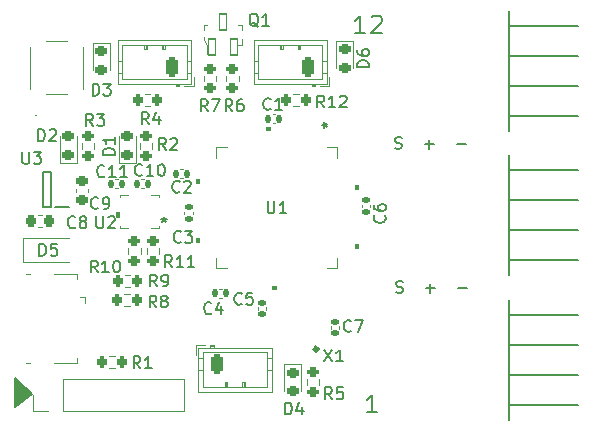
<source format=gto>
G04 #@! TF.GenerationSoftware,KiCad,Pcbnew,(6.0.0)*
G04 #@! TF.CreationDate,2022-05-01T20:50:51-06:00*
G04 #@! TF.ProjectId,RX12G,52583132-472e-46b6-9963-61645f706362,rev?*
G04 #@! TF.SameCoordinates,Original*
G04 #@! TF.FileFunction,Legend,Top*
G04 #@! TF.FilePolarity,Positive*
%FSLAX46Y46*%
G04 Gerber Fmt 4.6, Leading zero omitted, Abs format (unit mm)*
G04 Created by KiCad (PCBNEW (6.0.0)) date 2022-05-01 20:50:51*
%MOMM*%
%LPD*%
G01*
G04 APERTURE LIST*
G04 Aperture macros list*
%AMRoundRect*
0 Rectangle with rounded corners*
0 $1 Rounding radius*
0 $2 $3 $4 $5 $6 $7 $8 $9 X,Y pos of 4 corners*
0 Add a 4 corners polygon primitive as box body*
4,1,4,$2,$3,$4,$5,$6,$7,$8,$9,$2,$3,0*
0 Add four circle primitives for the rounded corners*
1,1,$1+$1,$2,$3*
1,1,$1+$1,$4,$5*
1,1,$1+$1,$6,$7*
1,1,$1+$1,$8,$9*
0 Add four rect primitives between the rounded corners*
20,1,$1+$1,$2,$3,$4,$5,0*
20,1,$1+$1,$4,$5,$6,$7,0*
20,1,$1+$1,$6,$7,$8,$9,0*
20,1,$1+$1,$8,$9,$2,$3,0*%
G04 Aperture macros list end*
%ADD10C,0.160000*%
%ADD11C,0.200000*%
%ADD12C,0.150000*%
%ADD13C,0.120000*%
%ADD14C,0.100000*%
%ADD15C,0.325754*%
%ADD16R,1.200000X0.600000*%
%ADD17RoundRect,0.250000X-0.265000X-0.615000X0.265000X-0.615000X0.265000X0.615000X-0.265000X0.615000X0*%
%ADD18O,1.030000X1.730000*%
%ADD19RoundRect,0.218750X0.256250X-0.218750X0.256250X0.218750X-0.256250X0.218750X-0.256250X-0.218750X0*%
%ADD20R,0.576580X0.351536*%
%ADD21R,0.351536X0.576580*%
%ADD22RoundRect,0.200000X0.275000X-0.200000X0.275000X0.200000X-0.275000X0.200000X-0.275000X-0.200000X0*%
%ADD23RoundRect,0.200000X0.200000X0.275000X-0.200000X0.275000X-0.200000X-0.275000X0.200000X-0.275000X0*%
%ADD24RoundRect,0.200000X-0.275000X0.200000X-0.275000X-0.200000X0.275000X-0.200000X0.275000X0.200000X0*%
%ADD25R,1.650000X1.650000*%
%ADD26C,1.650000*%
%ADD27RoundRect,0.070000X0.300000X-0.650000X0.300000X0.650000X-0.300000X0.650000X-0.300000X-0.650000X0*%
%ADD28RoundRect,0.218750X-0.256250X0.218750X-0.256250X-0.218750X0.256250X-0.218750X0.256250X0.218750X0*%
%ADD29RoundRect,0.200000X-0.200000X-0.275000X0.200000X-0.275000X0.200000X0.275000X-0.200000X0.275000X0*%
%ADD30RoundRect,0.140000X0.170000X-0.140000X0.170000X0.140000X-0.170000X0.140000X-0.170000X-0.140000X0*%
%ADD31R,1.200000X1.400000*%
%ADD32RoundRect,0.250000X0.265000X0.615000X-0.265000X0.615000X-0.265000X-0.615000X0.265000X-0.615000X0*%
%ADD33R,0.279400X1.346200*%
%ADD34R,1.346200X0.279400*%
%ADD35R,0.900000X1.200000*%
%ADD36RoundRect,0.225000X-0.250000X0.225000X-0.250000X-0.225000X0.250000X-0.225000X0.250000X0.225000X0*%
%ADD37R,1.350000X0.400000*%
%ADD38O,0.950000X1.250000*%
%ADD39R,1.550000X1.500000*%
%ADD40O,1.550000X0.890000*%
%ADD41R,1.550000X1.200000*%
%ADD42RoundRect,0.225000X-0.225000X-0.250000X0.225000X-0.250000X0.225000X0.250000X-0.225000X0.250000X0*%
%ADD43RoundRect,0.140000X0.140000X0.170000X-0.140000X0.170000X-0.140000X-0.170000X0.140000X-0.170000X0*%
%ADD44R,1.000000X1.550000*%
%ADD45RoundRect,0.140000X-0.170000X0.140000X-0.170000X-0.140000X0.170000X-0.140000X0.170000X0.140000X0*%
%ADD46R,1.700000X1.700000*%
%ADD47O,1.700000X1.700000*%
%ADD48RoundRect,0.140000X-0.140000X-0.170000X0.140000X-0.170000X0.140000X0.170000X-0.140000X0.170000X0*%
G04 APERTURE END LIST*
D10*
X120790202Y-124600000D02*
X119395202Y-125700000D01*
X119395202Y-125700000D02*
X119395202Y-123300000D01*
X119395202Y-123300000D02*
X120790202Y-124600000D01*
G36*
X120790202Y-124600000D02*
G01*
X119395202Y-125700000D01*
X119395202Y-123300000D01*
X120790202Y-124600000D01*
G37*
X120790202Y-124600000D02*
X119395202Y-125700000D01*
X119395202Y-123300000D01*
X120790202Y-124600000D01*
X151652380Y-116004761D02*
X151795238Y-116052380D01*
X152033333Y-116052380D01*
X152128571Y-116004761D01*
X152176190Y-115957142D01*
X152223809Y-115861904D01*
X152223809Y-115766666D01*
X152176190Y-115671428D01*
X152128571Y-115623809D01*
X152033333Y-115576190D01*
X151842857Y-115528571D01*
X151747619Y-115480952D01*
X151700000Y-115433333D01*
X151652380Y-115338095D01*
X151652380Y-115242857D01*
X151700000Y-115147619D01*
X151747619Y-115100000D01*
X151842857Y-115052380D01*
X152080952Y-115052380D01*
X152223809Y-115100000D01*
X154176190Y-115671428D02*
X154938095Y-115671428D01*
X154557142Y-116052380D02*
X154557142Y-115290476D01*
X156938095Y-115671428D02*
X157700000Y-115671428D01*
D11*
X150028571Y-126178571D02*
X149171428Y-126178571D01*
X149600000Y-126178571D02*
X149600000Y-124678571D01*
X149457142Y-124892857D01*
X149314285Y-125035714D01*
X149171428Y-125107142D01*
D10*
X151552380Y-103804761D02*
X151695238Y-103852380D01*
X151933333Y-103852380D01*
X152028571Y-103804761D01*
X152076190Y-103757142D01*
X152123809Y-103661904D01*
X152123809Y-103566666D01*
X152076190Y-103471428D01*
X152028571Y-103423809D01*
X151933333Y-103376190D01*
X151742857Y-103328571D01*
X151647619Y-103280952D01*
X151600000Y-103233333D01*
X151552380Y-103138095D01*
X151552380Y-103042857D01*
X151600000Y-102947619D01*
X151647619Y-102900000D01*
X151742857Y-102852380D01*
X151980952Y-102852380D01*
X152123809Y-102900000D01*
X154076190Y-103471428D02*
X154838095Y-103471428D01*
X154457142Y-103852380D02*
X154457142Y-103090476D01*
X156838095Y-103471428D02*
X157600000Y-103471428D01*
D11*
X149014285Y-94078571D02*
X148157142Y-94078571D01*
X148585714Y-94078571D02*
X148585714Y-92578571D01*
X148442857Y-92792857D01*
X148300000Y-92935714D01*
X148157142Y-93007142D01*
X149585714Y-92721428D02*
X149657142Y-92650000D01*
X149800000Y-92578571D01*
X150157142Y-92578571D01*
X150300000Y-92650000D01*
X150371428Y-92721428D01*
X150442857Y-92864285D01*
X150442857Y-93007142D01*
X150371428Y-93221428D01*
X149514285Y-94078571D01*
X150442857Y-94078571D01*
D10*
X120013095Y-104127380D02*
X120013095Y-104936904D01*
X120060714Y-105032142D01*
X120108333Y-105079761D01*
X120203571Y-105127380D01*
X120394047Y-105127380D01*
X120489285Y-105079761D01*
X120536904Y-105032142D01*
X120584523Y-104936904D01*
X120584523Y-104127380D01*
X120965476Y-104127380D02*
X121584523Y-104127380D01*
X121251190Y-104508333D01*
X121394047Y-104508333D01*
X121489285Y-104555952D01*
X121536904Y-104603571D01*
X121584523Y-104698809D01*
X121584523Y-104936904D01*
X121536904Y-105032142D01*
X121489285Y-105079761D01*
X121394047Y-105127380D01*
X121108333Y-105127380D01*
X121013095Y-105079761D01*
X120965476Y-105032142D01*
D12*
X121361904Y-103202380D02*
X121361904Y-102202380D01*
X121600000Y-102202380D01*
X121742857Y-102250000D01*
X121838095Y-102345238D01*
X121885714Y-102440476D01*
X121933333Y-102630952D01*
X121933333Y-102773809D01*
X121885714Y-102964285D01*
X121838095Y-103059523D01*
X121742857Y-103154761D01*
X121600000Y-103202380D01*
X121361904Y-103202380D01*
X122314285Y-102297619D02*
X122361904Y-102250000D01*
X122457142Y-102202380D01*
X122695238Y-102202380D01*
X122790476Y-102250000D01*
X122838095Y-102297619D01*
X122885714Y-102392857D01*
X122885714Y-102488095D01*
X122838095Y-102630952D01*
X122266666Y-103202380D01*
X122885714Y-103202380D01*
X126288095Y-109577380D02*
X126288095Y-110386904D01*
X126335714Y-110482142D01*
X126383333Y-110529761D01*
X126478571Y-110577380D01*
X126669047Y-110577380D01*
X126764285Y-110529761D01*
X126811904Y-110482142D01*
X126859523Y-110386904D01*
X126859523Y-109577380D01*
X127288095Y-109672619D02*
X127335714Y-109625000D01*
X127430952Y-109577380D01*
X127669047Y-109577380D01*
X127764285Y-109625000D01*
X127811904Y-109672619D01*
X127859523Y-109767857D01*
X127859523Y-109863095D01*
X127811904Y-110005952D01*
X127240476Y-110577380D01*
X127859523Y-110577380D01*
X132017800Y-109617380D02*
X132017800Y-109855476D01*
X131779704Y-109760238D02*
X132017800Y-109855476D01*
X132255895Y-109760238D01*
X131874942Y-110045952D02*
X132017800Y-109855476D01*
X132160657Y-110045952D01*
X132682142Y-113877380D02*
X132348809Y-113401190D01*
X132110714Y-113877380D02*
X132110714Y-112877380D01*
X132491666Y-112877380D01*
X132586904Y-112925000D01*
X132634523Y-112972619D01*
X132682142Y-113067857D01*
X132682142Y-113210714D01*
X132634523Y-113305952D01*
X132586904Y-113353571D01*
X132491666Y-113401190D01*
X132110714Y-113401190D01*
X133634523Y-113877380D02*
X133063095Y-113877380D01*
X133348809Y-113877380D02*
X133348809Y-112877380D01*
X133253571Y-113020238D01*
X133158333Y-113115476D01*
X133063095Y-113163095D01*
X134586904Y-113877380D02*
X134015476Y-113877380D01*
X134301190Y-113877380D02*
X134301190Y-112877380D01*
X134205952Y-113020238D01*
X134110714Y-113115476D01*
X134015476Y-113163095D01*
X137783333Y-100677380D02*
X137450000Y-100201190D01*
X137211904Y-100677380D02*
X137211904Y-99677380D01*
X137592857Y-99677380D01*
X137688095Y-99725000D01*
X137735714Y-99772619D01*
X137783333Y-99867857D01*
X137783333Y-100010714D01*
X137735714Y-100105952D01*
X137688095Y-100153571D01*
X137592857Y-100201190D01*
X137211904Y-100201190D01*
X138640476Y-99677380D02*
X138450000Y-99677380D01*
X138354761Y-99725000D01*
X138307142Y-99772619D01*
X138211904Y-99915476D01*
X138164285Y-100105952D01*
X138164285Y-100486904D01*
X138211904Y-100582142D01*
X138259523Y-100629761D01*
X138354761Y-100677380D01*
X138545238Y-100677380D01*
X138640476Y-100629761D01*
X138688095Y-100582142D01*
X138735714Y-100486904D01*
X138735714Y-100248809D01*
X138688095Y-100153571D01*
X138640476Y-100105952D01*
X138545238Y-100058333D01*
X138354761Y-100058333D01*
X138259523Y-100105952D01*
X138211904Y-100153571D01*
X138164285Y-100248809D01*
X127827380Y-104363095D02*
X126827380Y-104363095D01*
X126827380Y-104125000D01*
X126875000Y-103982142D01*
X126970238Y-103886904D01*
X127065476Y-103839285D01*
X127255952Y-103791666D01*
X127398809Y-103791666D01*
X127589285Y-103839285D01*
X127684523Y-103886904D01*
X127779761Y-103982142D01*
X127827380Y-104125000D01*
X127827380Y-104363095D01*
X127827380Y-102839285D02*
X127827380Y-103410714D01*
X127827380Y-103125000D02*
X126827380Y-103125000D01*
X126970238Y-103220238D01*
X127065476Y-103315476D01*
X127113095Y-103410714D01*
X130708333Y-101777380D02*
X130375000Y-101301190D01*
X130136904Y-101777380D02*
X130136904Y-100777380D01*
X130517857Y-100777380D01*
X130613095Y-100825000D01*
X130660714Y-100872619D01*
X130708333Y-100967857D01*
X130708333Y-101110714D01*
X130660714Y-101205952D01*
X130613095Y-101253571D01*
X130517857Y-101301190D01*
X130136904Y-101301190D01*
X131565476Y-101110714D02*
X131565476Y-101777380D01*
X131327380Y-100729761D02*
X131089285Y-101444047D01*
X131708333Y-101444047D01*
X146233333Y-125052380D02*
X145900000Y-124576190D01*
X145661904Y-125052380D02*
X145661904Y-124052380D01*
X146042857Y-124052380D01*
X146138095Y-124100000D01*
X146185714Y-124147619D01*
X146233333Y-124242857D01*
X146233333Y-124385714D01*
X146185714Y-124480952D01*
X146138095Y-124528571D01*
X146042857Y-124576190D01*
X145661904Y-124576190D01*
X147138095Y-124052380D02*
X146661904Y-124052380D01*
X146614285Y-124528571D01*
X146661904Y-124480952D01*
X146757142Y-124433333D01*
X146995238Y-124433333D01*
X147090476Y-124480952D01*
X147138095Y-124528571D01*
X147185714Y-124623809D01*
X147185714Y-124861904D01*
X147138095Y-124957142D01*
X147090476Y-125004761D01*
X146995238Y-125052380D01*
X146757142Y-125052380D01*
X146661904Y-125004761D01*
X146614285Y-124957142D01*
X139979761Y-93522619D02*
X139884523Y-93475000D01*
X139789285Y-93379761D01*
X139646428Y-93236904D01*
X139551190Y-93189285D01*
X139455952Y-93189285D01*
X139503571Y-93427380D02*
X139408333Y-93379761D01*
X139313095Y-93284523D01*
X139265476Y-93094047D01*
X139265476Y-92760714D01*
X139313095Y-92570238D01*
X139408333Y-92475000D01*
X139503571Y-92427380D01*
X139694047Y-92427380D01*
X139789285Y-92475000D01*
X139884523Y-92570238D01*
X139932142Y-92760714D01*
X139932142Y-93094047D01*
X139884523Y-93284523D01*
X139789285Y-93379761D01*
X139694047Y-93427380D01*
X139503571Y-93427380D01*
X140884523Y-93427380D02*
X140313095Y-93427380D01*
X140598809Y-93427380D02*
X140598809Y-92427380D01*
X140503571Y-92570238D01*
X140408333Y-92665476D01*
X140313095Y-92713095D01*
X125961904Y-99352380D02*
X125961904Y-98352380D01*
X126200000Y-98352380D01*
X126342857Y-98400000D01*
X126438095Y-98495238D01*
X126485714Y-98590476D01*
X126533333Y-98780952D01*
X126533333Y-98923809D01*
X126485714Y-99114285D01*
X126438095Y-99209523D01*
X126342857Y-99304761D01*
X126200000Y-99352380D01*
X125961904Y-99352380D01*
X126866666Y-98352380D02*
X127485714Y-98352380D01*
X127152380Y-98733333D01*
X127295238Y-98733333D01*
X127390476Y-98780952D01*
X127438095Y-98828571D01*
X127485714Y-98923809D01*
X127485714Y-99161904D01*
X127438095Y-99257142D01*
X127390476Y-99304761D01*
X127295238Y-99352380D01*
X127009523Y-99352380D01*
X126914285Y-99304761D01*
X126866666Y-99257142D01*
X131408333Y-115502380D02*
X131075000Y-115026190D01*
X130836904Y-115502380D02*
X130836904Y-114502380D01*
X131217857Y-114502380D01*
X131313095Y-114550000D01*
X131360714Y-114597619D01*
X131408333Y-114692857D01*
X131408333Y-114835714D01*
X131360714Y-114930952D01*
X131313095Y-114978571D01*
X131217857Y-115026190D01*
X130836904Y-115026190D01*
X131884523Y-115502380D02*
X132075000Y-115502380D01*
X132170238Y-115454761D01*
X132217857Y-115407142D01*
X132313095Y-115264285D01*
X132360714Y-115073809D01*
X132360714Y-114692857D01*
X132313095Y-114597619D01*
X132265476Y-114550000D01*
X132170238Y-114502380D01*
X131979761Y-114502380D01*
X131884523Y-114550000D01*
X131836904Y-114597619D01*
X131789285Y-114692857D01*
X131789285Y-114930952D01*
X131836904Y-115026190D01*
X131884523Y-115073809D01*
X131979761Y-115121428D01*
X132170238Y-115121428D01*
X132265476Y-115073809D01*
X132313095Y-115026190D01*
X132360714Y-114930952D01*
X135708333Y-100677380D02*
X135375000Y-100201190D01*
X135136904Y-100677380D02*
X135136904Y-99677380D01*
X135517857Y-99677380D01*
X135613095Y-99725000D01*
X135660714Y-99772619D01*
X135708333Y-99867857D01*
X135708333Y-100010714D01*
X135660714Y-100105952D01*
X135613095Y-100153571D01*
X135517857Y-100201190D01*
X135136904Y-100201190D01*
X136041666Y-99677380D02*
X136708333Y-99677380D01*
X136279761Y-100677380D01*
X145557142Y-100352380D02*
X145223809Y-99876190D01*
X144985714Y-100352380D02*
X144985714Y-99352380D01*
X145366666Y-99352380D01*
X145461904Y-99400000D01*
X145509523Y-99447619D01*
X145557142Y-99542857D01*
X145557142Y-99685714D01*
X145509523Y-99780952D01*
X145461904Y-99828571D01*
X145366666Y-99876190D01*
X144985714Y-99876190D01*
X146509523Y-100352380D02*
X145938095Y-100352380D01*
X146223809Y-100352380D02*
X146223809Y-99352380D01*
X146128571Y-99495238D01*
X146033333Y-99590476D01*
X145938095Y-99638095D01*
X146890476Y-99447619D02*
X146938095Y-99400000D01*
X147033333Y-99352380D01*
X147271428Y-99352380D01*
X147366666Y-99400000D01*
X147414285Y-99447619D01*
X147461904Y-99542857D01*
X147461904Y-99638095D01*
X147414285Y-99780952D01*
X146842857Y-100352380D01*
X147461904Y-100352380D01*
X133433333Y-111707142D02*
X133385714Y-111754761D01*
X133242857Y-111802380D01*
X133147619Y-111802380D01*
X133004761Y-111754761D01*
X132909523Y-111659523D01*
X132861904Y-111564285D01*
X132814285Y-111373809D01*
X132814285Y-111230952D01*
X132861904Y-111040476D01*
X132909523Y-110945238D01*
X133004761Y-110850000D01*
X133147619Y-110802380D01*
X133242857Y-110802380D01*
X133385714Y-110850000D01*
X133433333Y-110897619D01*
X133766666Y-110802380D02*
X134385714Y-110802380D01*
X134052380Y-111183333D01*
X134195238Y-111183333D01*
X134290476Y-111230952D01*
X134338095Y-111278571D01*
X134385714Y-111373809D01*
X134385714Y-111611904D01*
X134338095Y-111707142D01*
X134290476Y-111754761D01*
X134195238Y-111802380D01*
X133909523Y-111802380D01*
X133814285Y-111754761D01*
X133766666Y-111707142D01*
X131358333Y-117277380D02*
X131025000Y-116801190D01*
X130786904Y-117277380D02*
X130786904Y-116277380D01*
X131167857Y-116277380D01*
X131263095Y-116325000D01*
X131310714Y-116372619D01*
X131358333Y-116467857D01*
X131358333Y-116610714D01*
X131310714Y-116705952D01*
X131263095Y-116753571D01*
X131167857Y-116801190D01*
X130786904Y-116801190D01*
X131929761Y-116705952D02*
X131834523Y-116658333D01*
X131786904Y-116610714D01*
X131739285Y-116515476D01*
X131739285Y-116467857D01*
X131786904Y-116372619D01*
X131834523Y-116325000D01*
X131929761Y-116277380D01*
X132120238Y-116277380D01*
X132215476Y-116325000D01*
X132263095Y-116372619D01*
X132310714Y-116467857D01*
X132310714Y-116515476D01*
X132263095Y-116610714D01*
X132215476Y-116658333D01*
X132120238Y-116705952D01*
X131929761Y-116705952D01*
X131834523Y-116753571D01*
X131786904Y-116801190D01*
X131739285Y-116896428D01*
X131739285Y-117086904D01*
X131786904Y-117182142D01*
X131834523Y-117229761D01*
X131929761Y-117277380D01*
X132120238Y-117277380D01*
X132215476Y-117229761D01*
X132263095Y-117182142D01*
X132310714Y-117086904D01*
X132310714Y-116896428D01*
X132263095Y-116801190D01*
X132215476Y-116753571D01*
X132120238Y-116705952D01*
X145590476Y-120852380D02*
X146257142Y-121852380D01*
X146257142Y-120852380D02*
X145590476Y-121852380D01*
X147161904Y-121852380D02*
X146590476Y-121852380D01*
X146876190Y-121852380D02*
X146876190Y-120852380D01*
X146780952Y-120995238D01*
X146685714Y-121090476D01*
X146590476Y-121138095D01*
X140785595Y-108299880D02*
X140785595Y-109109404D01*
X140833214Y-109204642D01*
X140880833Y-109252261D01*
X140976071Y-109299880D01*
X141166547Y-109299880D01*
X141261785Y-109252261D01*
X141309404Y-109204642D01*
X141357023Y-109109404D01*
X141357023Y-108299880D01*
X142357023Y-109299880D02*
X141785595Y-109299880D01*
X142071309Y-109299880D02*
X142071309Y-108299880D01*
X141976071Y-108442738D01*
X141880833Y-108537976D01*
X141785595Y-108585595D01*
X145380880Y-101862500D02*
X145618976Y-101862500D01*
X145523738Y-102100595D02*
X145618976Y-101862500D01*
X145523738Y-101624404D01*
X145809452Y-102005357D02*
X145618976Y-101862500D01*
X145809452Y-101719642D01*
X121461904Y-112902380D02*
X121461904Y-111902380D01*
X121700000Y-111902380D01*
X121842857Y-111950000D01*
X121938095Y-112045238D01*
X121985714Y-112140476D01*
X122033333Y-112330952D01*
X122033333Y-112473809D01*
X121985714Y-112664285D01*
X121938095Y-112759523D01*
X121842857Y-112854761D01*
X121700000Y-112902380D01*
X121461904Y-112902380D01*
X122938095Y-111902380D02*
X122461904Y-111902380D01*
X122414285Y-112378571D01*
X122461904Y-112330952D01*
X122557142Y-112283333D01*
X122795238Y-112283333D01*
X122890476Y-112330952D01*
X122938095Y-112378571D01*
X122985714Y-112473809D01*
X122985714Y-112711904D01*
X122938095Y-112807142D01*
X122890476Y-112854761D01*
X122795238Y-112902380D01*
X122557142Y-112902380D01*
X122461904Y-112854761D01*
X122414285Y-112807142D01*
X147833333Y-119257142D02*
X147785714Y-119304761D01*
X147642857Y-119352380D01*
X147547619Y-119352380D01*
X147404761Y-119304761D01*
X147309523Y-119209523D01*
X147261904Y-119114285D01*
X147214285Y-118923809D01*
X147214285Y-118780952D01*
X147261904Y-118590476D01*
X147309523Y-118495238D01*
X147404761Y-118400000D01*
X147547619Y-118352380D01*
X147642857Y-118352380D01*
X147785714Y-118400000D01*
X147833333Y-118447619D01*
X148166666Y-118352380D02*
X148833333Y-118352380D01*
X148404761Y-119352380D01*
X126433333Y-108857142D02*
X126385714Y-108904761D01*
X126242857Y-108952380D01*
X126147619Y-108952380D01*
X126004761Y-108904761D01*
X125909523Y-108809523D01*
X125861904Y-108714285D01*
X125814285Y-108523809D01*
X125814285Y-108380952D01*
X125861904Y-108190476D01*
X125909523Y-108095238D01*
X126004761Y-108000000D01*
X126147619Y-107952380D01*
X126242857Y-107952380D01*
X126385714Y-108000000D01*
X126433333Y-108047619D01*
X126909523Y-108952380D02*
X127100000Y-108952380D01*
X127195238Y-108904761D01*
X127242857Y-108857142D01*
X127338095Y-108714285D01*
X127385714Y-108523809D01*
X127385714Y-108142857D01*
X127338095Y-108047619D01*
X127290476Y-108000000D01*
X127195238Y-107952380D01*
X127004761Y-107952380D01*
X126909523Y-108000000D01*
X126861904Y-108047619D01*
X126814285Y-108142857D01*
X126814285Y-108380952D01*
X126861904Y-108476190D01*
X126909523Y-108523809D01*
X127004761Y-108571428D01*
X127195238Y-108571428D01*
X127290476Y-108523809D01*
X127338095Y-108476190D01*
X127385714Y-108380952D01*
X124483333Y-110482142D02*
X124435714Y-110529761D01*
X124292857Y-110577380D01*
X124197619Y-110577380D01*
X124054761Y-110529761D01*
X123959523Y-110434523D01*
X123911904Y-110339285D01*
X123864285Y-110148809D01*
X123864285Y-110005952D01*
X123911904Y-109815476D01*
X123959523Y-109720238D01*
X124054761Y-109625000D01*
X124197619Y-109577380D01*
X124292857Y-109577380D01*
X124435714Y-109625000D01*
X124483333Y-109672619D01*
X125054761Y-110005952D02*
X124959523Y-109958333D01*
X124911904Y-109910714D01*
X124864285Y-109815476D01*
X124864285Y-109767857D01*
X124911904Y-109672619D01*
X124959523Y-109625000D01*
X125054761Y-109577380D01*
X125245238Y-109577380D01*
X125340476Y-109625000D01*
X125388095Y-109672619D01*
X125435714Y-109767857D01*
X125435714Y-109815476D01*
X125388095Y-109910714D01*
X125340476Y-109958333D01*
X125245238Y-110005952D01*
X125054761Y-110005952D01*
X124959523Y-110053571D01*
X124911904Y-110101190D01*
X124864285Y-110196428D01*
X124864285Y-110386904D01*
X124911904Y-110482142D01*
X124959523Y-110529761D01*
X125054761Y-110577380D01*
X125245238Y-110577380D01*
X125340476Y-110529761D01*
X125388095Y-110482142D01*
X125435714Y-110386904D01*
X125435714Y-110196428D01*
X125388095Y-110101190D01*
X125340476Y-110053571D01*
X125245238Y-110005952D01*
X130157142Y-106057142D02*
X130109523Y-106104761D01*
X129966666Y-106152380D01*
X129871428Y-106152380D01*
X129728571Y-106104761D01*
X129633333Y-106009523D01*
X129585714Y-105914285D01*
X129538095Y-105723809D01*
X129538095Y-105580952D01*
X129585714Y-105390476D01*
X129633333Y-105295238D01*
X129728571Y-105200000D01*
X129871428Y-105152380D01*
X129966666Y-105152380D01*
X130109523Y-105200000D01*
X130157142Y-105247619D01*
X131109523Y-106152380D02*
X130538095Y-106152380D01*
X130823809Y-106152380D02*
X130823809Y-105152380D01*
X130728571Y-105295238D01*
X130633333Y-105390476D01*
X130538095Y-105438095D01*
X131728571Y-105152380D02*
X131823809Y-105152380D01*
X131919047Y-105200000D01*
X131966666Y-105247619D01*
X132014285Y-105342857D01*
X132061904Y-105533333D01*
X132061904Y-105771428D01*
X132014285Y-105961904D01*
X131966666Y-106057142D01*
X131919047Y-106104761D01*
X131823809Y-106152380D01*
X131728571Y-106152380D01*
X131633333Y-106104761D01*
X131585714Y-106057142D01*
X131538095Y-105961904D01*
X131490476Y-105771428D01*
X131490476Y-105533333D01*
X131538095Y-105342857D01*
X131585714Y-105247619D01*
X131633333Y-105200000D01*
X131728571Y-105152380D01*
X126382142Y-114327380D02*
X126048809Y-113851190D01*
X125810714Y-114327380D02*
X125810714Y-113327380D01*
X126191666Y-113327380D01*
X126286904Y-113375000D01*
X126334523Y-113422619D01*
X126382142Y-113517857D01*
X126382142Y-113660714D01*
X126334523Y-113755952D01*
X126286904Y-113803571D01*
X126191666Y-113851190D01*
X125810714Y-113851190D01*
X127334523Y-114327380D02*
X126763095Y-114327380D01*
X127048809Y-114327380D02*
X127048809Y-113327380D01*
X126953571Y-113470238D01*
X126858333Y-113565476D01*
X126763095Y-113613095D01*
X127953571Y-113327380D02*
X128048809Y-113327380D01*
X128144047Y-113375000D01*
X128191666Y-113422619D01*
X128239285Y-113517857D01*
X128286904Y-113708333D01*
X128286904Y-113946428D01*
X128239285Y-114136904D01*
X128191666Y-114232142D01*
X128144047Y-114279761D01*
X128048809Y-114327380D01*
X127953571Y-114327380D01*
X127858333Y-114279761D01*
X127810714Y-114232142D01*
X127763095Y-114136904D01*
X127715476Y-113946428D01*
X127715476Y-113708333D01*
X127763095Y-113517857D01*
X127810714Y-113422619D01*
X127858333Y-113375000D01*
X127953571Y-113327380D01*
X150682142Y-109491666D02*
X150729761Y-109539285D01*
X150777380Y-109682142D01*
X150777380Y-109777380D01*
X150729761Y-109920238D01*
X150634523Y-110015476D01*
X150539285Y-110063095D01*
X150348809Y-110110714D01*
X150205952Y-110110714D01*
X150015476Y-110063095D01*
X149920238Y-110015476D01*
X149825000Y-109920238D01*
X149777380Y-109777380D01*
X149777380Y-109682142D01*
X149825000Y-109539285D01*
X149872619Y-109491666D01*
X149777380Y-108634523D02*
X149777380Y-108825000D01*
X149825000Y-108920238D01*
X149872619Y-108967857D01*
X150015476Y-109063095D01*
X150205952Y-109110714D01*
X150586904Y-109110714D01*
X150682142Y-109063095D01*
X150729761Y-109015476D01*
X150777380Y-108920238D01*
X150777380Y-108729761D01*
X150729761Y-108634523D01*
X150682142Y-108586904D01*
X150586904Y-108539285D01*
X150348809Y-108539285D01*
X150253571Y-108586904D01*
X150205952Y-108634523D01*
X150158333Y-108729761D01*
X150158333Y-108920238D01*
X150205952Y-109015476D01*
X150253571Y-109063095D01*
X150348809Y-109110714D01*
X136008333Y-117757142D02*
X135960714Y-117804761D01*
X135817857Y-117852380D01*
X135722619Y-117852380D01*
X135579761Y-117804761D01*
X135484523Y-117709523D01*
X135436904Y-117614285D01*
X135389285Y-117423809D01*
X135389285Y-117280952D01*
X135436904Y-117090476D01*
X135484523Y-116995238D01*
X135579761Y-116900000D01*
X135722619Y-116852380D01*
X135817857Y-116852380D01*
X135960714Y-116900000D01*
X136008333Y-116947619D01*
X136865476Y-117185714D02*
X136865476Y-117852380D01*
X136627380Y-116804761D02*
X136389285Y-117519047D01*
X137008333Y-117519047D01*
X130008333Y-122427380D02*
X129675000Y-121951190D01*
X129436904Y-122427380D02*
X129436904Y-121427380D01*
X129817857Y-121427380D01*
X129913095Y-121475000D01*
X129960714Y-121522619D01*
X130008333Y-121617857D01*
X130008333Y-121760714D01*
X129960714Y-121855952D01*
X129913095Y-121903571D01*
X129817857Y-121951190D01*
X129436904Y-121951190D01*
X130960714Y-122427380D02*
X130389285Y-122427380D01*
X130675000Y-122427380D02*
X130675000Y-121427380D01*
X130579761Y-121570238D01*
X130484523Y-121665476D01*
X130389285Y-121713095D01*
X142261904Y-126352380D02*
X142261904Y-125352380D01*
X142500000Y-125352380D01*
X142642857Y-125400000D01*
X142738095Y-125495238D01*
X142785714Y-125590476D01*
X142833333Y-125780952D01*
X142833333Y-125923809D01*
X142785714Y-126114285D01*
X142738095Y-126209523D01*
X142642857Y-126304761D01*
X142500000Y-126352380D01*
X142261904Y-126352380D01*
X143690476Y-125685714D02*
X143690476Y-126352380D01*
X143452380Y-125304761D02*
X143214285Y-126019047D01*
X143833333Y-126019047D01*
X133333333Y-107467142D02*
X133285714Y-107514761D01*
X133142857Y-107562380D01*
X133047619Y-107562380D01*
X132904761Y-107514761D01*
X132809523Y-107419523D01*
X132761904Y-107324285D01*
X132714285Y-107133809D01*
X132714285Y-106990952D01*
X132761904Y-106800476D01*
X132809523Y-106705238D01*
X132904761Y-106610000D01*
X133047619Y-106562380D01*
X133142857Y-106562380D01*
X133285714Y-106610000D01*
X133333333Y-106657619D01*
X133714285Y-106657619D02*
X133761904Y-106610000D01*
X133857142Y-106562380D01*
X134095238Y-106562380D01*
X134190476Y-106610000D01*
X134238095Y-106657619D01*
X134285714Y-106752857D01*
X134285714Y-106848095D01*
X134238095Y-106990952D01*
X133666666Y-107562380D01*
X134285714Y-107562380D01*
X141033333Y-100457142D02*
X140985714Y-100504761D01*
X140842857Y-100552380D01*
X140747619Y-100552380D01*
X140604761Y-100504761D01*
X140509523Y-100409523D01*
X140461904Y-100314285D01*
X140414285Y-100123809D01*
X140414285Y-99980952D01*
X140461904Y-99790476D01*
X140509523Y-99695238D01*
X140604761Y-99600000D01*
X140747619Y-99552380D01*
X140842857Y-99552380D01*
X140985714Y-99600000D01*
X141033333Y-99647619D01*
X141985714Y-100552380D02*
X141414285Y-100552380D01*
X141700000Y-100552380D02*
X141700000Y-99552380D01*
X141604761Y-99695238D01*
X141509523Y-99790476D01*
X141414285Y-99838095D01*
X125983333Y-101902380D02*
X125650000Y-101426190D01*
X125411904Y-101902380D02*
X125411904Y-100902380D01*
X125792857Y-100902380D01*
X125888095Y-100950000D01*
X125935714Y-100997619D01*
X125983333Y-101092857D01*
X125983333Y-101235714D01*
X125935714Y-101330952D01*
X125888095Y-101378571D01*
X125792857Y-101426190D01*
X125411904Y-101426190D01*
X126316666Y-100902380D02*
X126935714Y-100902380D01*
X126602380Y-101283333D01*
X126745238Y-101283333D01*
X126840476Y-101330952D01*
X126888095Y-101378571D01*
X126935714Y-101473809D01*
X126935714Y-101711904D01*
X126888095Y-101807142D01*
X126840476Y-101854761D01*
X126745238Y-101902380D01*
X126459523Y-101902380D01*
X126364285Y-101854761D01*
X126316666Y-101807142D01*
X126957142Y-106157142D02*
X126909523Y-106204761D01*
X126766666Y-106252380D01*
X126671428Y-106252380D01*
X126528571Y-106204761D01*
X126433333Y-106109523D01*
X126385714Y-106014285D01*
X126338095Y-105823809D01*
X126338095Y-105680952D01*
X126385714Y-105490476D01*
X126433333Y-105395238D01*
X126528571Y-105300000D01*
X126671428Y-105252380D01*
X126766666Y-105252380D01*
X126909523Y-105300000D01*
X126957142Y-105347619D01*
X127909523Y-106252380D02*
X127338095Y-106252380D01*
X127623809Y-106252380D02*
X127623809Y-105252380D01*
X127528571Y-105395238D01*
X127433333Y-105490476D01*
X127338095Y-105538095D01*
X128861904Y-106252380D02*
X128290476Y-106252380D01*
X128576190Y-106252380D02*
X128576190Y-105252380D01*
X128480952Y-105395238D01*
X128385714Y-105490476D01*
X128290476Y-105538095D01*
X132158333Y-103952380D02*
X131825000Y-103476190D01*
X131586904Y-103952380D02*
X131586904Y-102952380D01*
X131967857Y-102952380D01*
X132063095Y-103000000D01*
X132110714Y-103047619D01*
X132158333Y-103142857D01*
X132158333Y-103285714D01*
X132110714Y-103380952D01*
X132063095Y-103428571D01*
X131967857Y-103476190D01*
X131586904Y-103476190D01*
X132539285Y-103047619D02*
X132586904Y-103000000D01*
X132682142Y-102952380D01*
X132920238Y-102952380D01*
X133015476Y-103000000D01*
X133063095Y-103047619D01*
X133110714Y-103142857D01*
X133110714Y-103238095D01*
X133063095Y-103380952D01*
X132491666Y-103952380D01*
X133110714Y-103952380D01*
X149352380Y-96938095D02*
X148352380Y-96938095D01*
X148352380Y-96700000D01*
X148400000Y-96557142D01*
X148495238Y-96461904D01*
X148590476Y-96414285D01*
X148780952Y-96366666D01*
X148923809Y-96366666D01*
X149114285Y-96414285D01*
X149209523Y-96461904D01*
X149304761Y-96557142D01*
X149352380Y-96700000D01*
X149352380Y-96938095D01*
X148352380Y-95509523D02*
X148352380Y-95700000D01*
X148400000Y-95795238D01*
X148447619Y-95842857D01*
X148590476Y-95938095D01*
X148780952Y-95985714D01*
X149161904Y-95985714D01*
X149257142Y-95938095D01*
X149304761Y-95890476D01*
X149352380Y-95795238D01*
X149352380Y-95604761D01*
X149304761Y-95509523D01*
X149257142Y-95461904D01*
X149161904Y-95414285D01*
X148923809Y-95414285D01*
X148828571Y-95461904D01*
X148780952Y-95509523D01*
X148733333Y-95604761D01*
X148733333Y-95795238D01*
X148780952Y-95890476D01*
X148828571Y-95938095D01*
X148923809Y-95985714D01*
X138583333Y-116957142D02*
X138535714Y-117004761D01*
X138392857Y-117052380D01*
X138297619Y-117052380D01*
X138154761Y-117004761D01*
X138059523Y-116909523D01*
X138011904Y-116814285D01*
X137964285Y-116623809D01*
X137964285Y-116480952D01*
X138011904Y-116290476D01*
X138059523Y-116195238D01*
X138154761Y-116100000D01*
X138297619Y-116052380D01*
X138392857Y-116052380D01*
X138535714Y-116100000D01*
X138583333Y-116147619D01*
X139488095Y-116052380D02*
X139011904Y-116052380D01*
X138964285Y-116528571D01*
X139011904Y-116480952D01*
X139107142Y-116433333D01*
X139345238Y-116433333D01*
X139440476Y-116480952D01*
X139488095Y-116528571D01*
X139535714Y-116623809D01*
X139535714Y-116861904D01*
X139488095Y-116957142D01*
X139440476Y-117004761D01*
X139345238Y-117052380D01*
X139107142Y-117052380D01*
X139011904Y-117004761D01*
X138964285Y-116957142D01*
D11*
X121800000Y-105840000D02*
X122400000Y-105840000D01*
X121800000Y-108760000D02*
X121800000Y-105840000D01*
X122400000Y-108760000D02*
X121800000Y-108760000D01*
X122400000Y-105840000D02*
X122400000Y-108760000D01*
X123950000Y-108800000D02*
X122750000Y-108800000D01*
D13*
X137150000Y-123610000D02*
X137350000Y-123610000D01*
X136200000Y-120490000D02*
X135900000Y-120490000D01*
X141110000Y-122600000D02*
X140710000Y-122600000D01*
X137350000Y-123610000D02*
X137350000Y-124010000D01*
X134890000Y-124410000D02*
X141110000Y-124410000D01*
X138650000Y-124010000D02*
X138650000Y-123610000D01*
X135290000Y-121090000D02*
X135290000Y-124010000D01*
X138650000Y-123610000D02*
X138850000Y-123610000D01*
X134890000Y-121600000D02*
X135290000Y-121600000D01*
X135490000Y-120490000D02*
X134690000Y-120490000D01*
X141110000Y-120690000D02*
X134890000Y-120690000D01*
X137150000Y-124010000D02*
X137150000Y-123610000D01*
X134890000Y-122600000D02*
X135290000Y-122600000D01*
X141110000Y-124410000D02*
X141110000Y-120690000D01*
X134690000Y-120490000D02*
X134690000Y-121290000D01*
X141110000Y-121600000D02*
X140710000Y-121600000D01*
X134890000Y-120690000D02*
X134890000Y-124410000D01*
X138750000Y-124010000D02*
X138750000Y-123610000D01*
X136200000Y-120690000D02*
X136200000Y-120490000D01*
X136200000Y-120590000D02*
X135900000Y-120590000D01*
X135290000Y-124010000D02*
X140710000Y-124010000D01*
X137250000Y-124010000D02*
X137250000Y-123610000D01*
X140710000Y-124010000D02*
X140710000Y-121090000D01*
X140710000Y-121090000D02*
X135290000Y-121090000D01*
X135900000Y-120490000D02*
X135900000Y-120690000D01*
X138850000Y-123610000D02*
X138850000Y-124010000D01*
X124635000Y-105085000D02*
X124635000Y-102800000D01*
X123165000Y-102800000D02*
X123165000Y-105085000D01*
X123165000Y-105085000D02*
X124635000Y-105085000D01*
X128258600Y-110587400D02*
X128977987Y-110587400D01*
X128977987Y-107742600D02*
X128258600Y-107742600D01*
X131611400Y-107957985D02*
X131611400Y-107742600D01*
X128258600Y-110372015D02*
X128258600Y-110587400D01*
X128258600Y-107742600D02*
X128258600Y-107957985D01*
X131611400Y-110587400D02*
X131611400Y-110372015D01*
X130892013Y-110587400D02*
X131611400Y-110587400D01*
X131611400Y-107742600D02*
X130892013Y-107742600D01*
D14*
X127979200Y-109605500D02*
X127979200Y-109224499D01*
X127979200Y-109224499D02*
X128233200Y-109224499D01*
X128233200Y-109224499D02*
X128233200Y-109605500D01*
X128233200Y-109605500D02*
X127979200Y-109605500D01*
G36*
X128233200Y-109605500D02*
G01*
X127979200Y-109605500D01*
X127979200Y-109224499D01*
X128233200Y-109224499D01*
X128233200Y-109605500D01*
G37*
X128233200Y-109605500D02*
X127979200Y-109605500D01*
X127979200Y-109224499D01*
X128233200Y-109224499D01*
X128233200Y-109605500D01*
D13*
X130577500Y-112737258D02*
X130577500Y-112262742D01*
X131622500Y-112737258D02*
X131622500Y-112262742D01*
X138322500Y-98137258D02*
X138322500Y-97662742D01*
X137277500Y-98137258D02*
X137277500Y-97662742D01*
X128165000Y-102800000D02*
X128165000Y-105085000D01*
X128165000Y-105085000D02*
X129635000Y-105085000D01*
X129635000Y-105085000D02*
X129635000Y-102800000D01*
X130837258Y-99177500D02*
X130362742Y-99177500D01*
X130837258Y-100222500D02*
X130362742Y-100222500D01*
X145122500Y-123362742D02*
X145122500Y-123837258D01*
X144077500Y-123362742D02*
X144077500Y-123837258D01*
D11*
X161187500Y-105690000D02*
X167027500Y-105690000D01*
X161187500Y-113310000D02*
X167027500Y-113310000D01*
X161187500Y-108230000D02*
X167027500Y-108230000D01*
X161187500Y-104420000D02*
X161187500Y-114580000D01*
X161187500Y-110770000D02*
X167027500Y-110770000D01*
D14*
X135350000Y-94385000D02*
X135350000Y-94660000D01*
X135350000Y-94660000D02*
X135625000Y-95035000D01*
X138650000Y-95035000D02*
X138300000Y-95035000D01*
X135675000Y-95035000D02*
X135675000Y-95810000D01*
X138650000Y-94560000D02*
X138650000Y-95035000D01*
X138650000Y-93385000D02*
X138650000Y-93835000D01*
X138350000Y-93385000D02*
X138650000Y-93385000D01*
X135625000Y-95035000D02*
X135675000Y-95035000D01*
X135350000Y-93760000D02*
X135350000Y-93385000D01*
X135350000Y-93385000D02*
X135650000Y-93385000D01*
X138425000Y-93385000D02*
X138300000Y-93385000D01*
D13*
X127435000Y-94885000D02*
X125965000Y-94885000D01*
X125965000Y-94885000D02*
X125965000Y-97170000D01*
X127435000Y-97170000D02*
X127435000Y-94885000D01*
X128662742Y-114527500D02*
X129137258Y-114527500D01*
X128662742Y-115572500D02*
X129137258Y-115572500D01*
X135377500Y-98137258D02*
X135377500Y-97662742D01*
X136422500Y-98137258D02*
X136422500Y-97662742D01*
X142962742Y-99177500D02*
X143437258Y-99177500D01*
X142962742Y-100222500D02*
X143437258Y-100222500D01*
X134460000Y-109407836D02*
X134460000Y-109192164D01*
X133740000Y-109407836D02*
X133740000Y-109192164D01*
X128637742Y-117197500D02*
X129112258Y-117197500D01*
X128637742Y-116152500D02*
X129112258Y-116152500D01*
D15*
X145037877Y-120800000D02*
G75*
G03*
X145037877Y-120800000I-162877J0D01*
G01*
D13*
X141950000Y-95040000D02*
X141950000Y-95440000D01*
X145810000Y-97450000D02*
X145410000Y-97450000D01*
X139990000Y-97960000D02*
X145410000Y-97960000D01*
X144500000Y-98460000D02*
X144800000Y-98460000D01*
X146010000Y-98560000D02*
X146010000Y-97760000D01*
X139590000Y-97450000D02*
X139990000Y-97450000D01*
X145810000Y-94640000D02*
X139590000Y-94640000D01*
X139590000Y-94640000D02*
X139590000Y-98360000D01*
X143550000Y-95440000D02*
X143350000Y-95440000D01*
X145410000Y-95040000D02*
X139990000Y-95040000D01*
X145810000Y-96450000D02*
X145410000Y-96450000D01*
X145210000Y-98560000D02*
X146010000Y-98560000D01*
X143450000Y-95040000D02*
X143450000Y-95440000D01*
X139990000Y-95040000D02*
X139990000Y-97960000D01*
X143350000Y-95440000D02*
X143350000Y-95040000D01*
X144800000Y-98560000D02*
X144800000Y-98360000D01*
X144500000Y-98360000D02*
X144500000Y-98560000D01*
X141850000Y-95440000D02*
X141850000Y-95040000D01*
X142050000Y-95040000D02*
X142050000Y-95440000D01*
X145810000Y-98360000D02*
X145810000Y-94640000D01*
X144500000Y-98560000D02*
X144800000Y-98560000D01*
X142050000Y-95440000D02*
X141850000Y-95440000D01*
X139590000Y-96450000D02*
X139990000Y-96450000D01*
X145410000Y-97960000D02*
X145410000Y-95040000D01*
X143550000Y-95040000D02*
X143550000Y-95440000D01*
X139590000Y-98360000D02*
X145810000Y-98360000D01*
X136416700Y-113069940D02*
X136416700Y-113978300D01*
X146678300Y-103716700D02*
X145769940Y-103716700D01*
X146678300Y-104625060D02*
X146678300Y-103716700D01*
X145769940Y-113978300D02*
X146678300Y-113978300D01*
X137325060Y-103716700D02*
X136416700Y-103716700D01*
X146678300Y-113978300D02*
X146678300Y-113069940D01*
X136416700Y-113978300D02*
X137325060Y-113978300D01*
X136416700Y-103716700D02*
X136416700Y-104625060D01*
D14*
X148151500Y-106907001D02*
X148405500Y-106907001D01*
X148405500Y-106907001D02*
X148405500Y-107288001D01*
X148405500Y-107288001D02*
X148151500Y-107288001D01*
X148151500Y-107288001D02*
X148151500Y-106907001D01*
G36*
X148405500Y-107288001D02*
G01*
X148151500Y-107288001D01*
X148151500Y-106907001D01*
X148405500Y-106907001D01*
X148405500Y-107288001D01*
G37*
X148405500Y-107288001D02*
X148151500Y-107288001D01*
X148151500Y-106907001D01*
X148405500Y-106907001D01*
X148405500Y-107288001D01*
X140987999Y-101989500D02*
X140606999Y-101989500D01*
X140606999Y-101989500D02*
X140606999Y-102243500D01*
X140606999Y-102243500D02*
X140987999Y-102243500D01*
X140987999Y-102243500D02*
X140987999Y-101989500D01*
G36*
X140987999Y-102243500D02*
G01*
X140606999Y-102243500D01*
X140606999Y-101989500D01*
X140987999Y-101989500D01*
X140987999Y-102243500D01*
G37*
X140987999Y-102243500D02*
X140606999Y-102243500D01*
X140606999Y-101989500D01*
X140987999Y-101989500D01*
X140987999Y-102243500D01*
X148151500Y-111907001D02*
X148405500Y-111907001D01*
X148405500Y-111907001D02*
X148405500Y-112288001D01*
X148405500Y-112288001D02*
X148151500Y-112288001D01*
X148151500Y-112288001D02*
X148151500Y-111907001D01*
G36*
X148405500Y-112288001D02*
G01*
X148151500Y-112288001D01*
X148151500Y-111907001D01*
X148405500Y-111907001D01*
X148405500Y-112288001D01*
G37*
X148405500Y-112288001D02*
X148151500Y-112288001D01*
X148151500Y-111907001D01*
X148405500Y-111907001D01*
X148405500Y-112288001D01*
X134943500Y-111407000D02*
X134689500Y-111407000D01*
X134689500Y-111407000D02*
X134689500Y-111788000D01*
X134689500Y-111788000D02*
X134943500Y-111788000D01*
X134943500Y-111788000D02*
X134943500Y-111407000D01*
G36*
X134943500Y-111788000D02*
G01*
X134689500Y-111788000D01*
X134689500Y-111407000D01*
X134943500Y-111407000D01*
X134943500Y-111788000D01*
G37*
X134943500Y-111788000D02*
X134689500Y-111788000D01*
X134689500Y-111407000D01*
X134943500Y-111407000D01*
X134943500Y-111788000D01*
X141488001Y-115705500D02*
X141107000Y-115705500D01*
X141107000Y-115705500D02*
X141107000Y-115451500D01*
X141107000Y-115451500D02*
X141488001Y-115451500D01*
X141488001Y-115451500D02*
X141488001Y-115705500D01*
G36*
X141488001Y-115705500D02*
G01*
X141107000Y-115705500D01*
X141107000Y-115451500D01*
X141488001Y-115451500D01*
X141488001Y-115705500D01*
G37*
X141488001Y-115705500D02*
X141107000Y-115705500D01*
X141107000Y-115451500D01*
X141488001Y-115451500D01*
X141488001Y-115705500D01*
X134943500Y-106406999D02*
X134689500Y-106406999D01*
X134689500Y-106406999D02*
X134689500Y-106787999D01*
X134689500Y-106787999D02*
X134943500Y-106787999D01*
X134943500Y-106787999D02*
X134943500Y-106406999D01*
G36*
X134943500Y-106787999D02*
G01*
X134689500Y-106787999D01*
X134689500Y-106406999D01*
X134943500Y-106406999D01*
X134943500Y-106787999D01*
G37*
X134943500Y-106787999D02*
X134689500Y-106787999D01*
X134689500Y-106406999D01*
X134943500Y-106406999D01*
X134943500Y-106787999D01*
D13*
X120050000Y-113400000D02*
X123950000Y-113400000D01*
X120050000Y-111400000D02*
X120050000Y-113400000D01*
X120050000Y-111400000D02*
X123950000Y-111400000D01*
X146860000Y-119107836D02*
X146860000Y-118892164D01*
X146140000Y-119107836D02*
X146140000Y-118892164D01*
D11*
X161187500Y-93490000D02*
X167027500Y-93490000D01*
X161187500Y-101110000D02*
X167027500Y-101110000D01*
X161187500Y-98570000D02*
X167027500Y-98570000D01*
X161187500Y-92220000D02*
X161187500Y-102380000D01*
X161187500Y-96030000D02*
X167027500Y-96030000D01*
D13*
X125610000Y-107259420D02*
X125610000Y-107540580D01*
X124590000Y-107259420D02*
X124590000Y-107540580D01*
X120295000Y-114440000D02*
X120695000Y-114440000D01*
X124875000Y-116440000D02*
X125325000Y-116440000D01*
X124645000Y-114440000D02*
X124645000Y-114860000D01*
X125325000Y-116890000D02*
X125325000Y-116440000D01*
X122665000Y-114440000D02*
X124645000Y-114440000D01*
X120695000Y-121960000D02*
X120295000Y-121960000D01*
X122665000Y-121960000D02*
X124645000Y-121960000D01*
X124645000Y-121960000D02*
X124645000Y-121540000D01*
X121359420Y-110510000D02*
X121640580Y-110510000D01*
X121359420Y-109490000D02*
X121640580Y-109490000D01*
X130307836Y-106440000D02*
X130092164Y-106440000D01*
X130307836Y-107160000D02*
X130092164Y-107160000D01*
D14*
X121200000Y-101000000D02*
X121200000Y-101000000D01*
X122000000Y-99250000D02*
X123800000Y-99250000D01*
X121100000Y-101000000D02*
X121100000Y-101000000D01*
X125150000Y-98800000D02*
X125150000Y-95200000D01*
X120650000Y-98800000D02*
X120650000Y-95200000D01*
X122000000Y-94750000D02*
X123800000Y-94750000D01*
X121200000Y-101000000D02*
G75*
G03*
X121100000Y-101000000I-50000J0D01*
G01*
X121100000Y-101000000D02*
G75*
G03*
X121200000Y-101000000I50000J0D01*
G01*
D13*
X128977500Y-112737258D02*
X128977500Y-112262742D01*
X130022500Y-112737258D02*
X130022500Y-112262742D01*
X148740000Y-108592164D02*
X148740000Y-108807836D01*
X149460000Y-108592164D02*
X149460000Y-108807836D01*
D11*
X161187500Y-125510000D02*
X167027500Y-125510000D01*
X161187500Y-117890000D02*
X167027500Y-117890000D01*
X161187500Y-122970000D02*
X167027500Y-122970000D01*
X161187500Y-120430000D02*
X167027500Y-120430000D01*
X161187500Y-116620000D02*
X161187500Y-126780000D01*
D13*
X133000000Y-98560000D02*
X133300000Y-98560000D01*
X128090000Y-94640000D02*
X128090000Y-98360000D01*
X134310000Y-98360000D02*
X134310000Y-94640000D01*
X130550000Y-95440000D02*
X130350000Y-95440000D01*
X128090000Y-98360000D02*
X134310000Y-98360000D01*
X128490000Y-95040000D02*
X128490000Y-97960000D01*
X131850000Y-95440000D02*
X131850000Y-95040000D01*
X134310000Y-97450000D02*
X133910000Y-97450000D01*
X128090000Y-97450000D02*
X128490000Y-97450000D01*
X134310000Y-94640000D02*
X128090000Y-94640000D01*
X132050000Y-95440000D02*
X131850000Y-95440000D01*
X133300000Y-98560000D02*
X133300000Y-98360000D01*
X133910000Y-95040000D02*
X128490000Y-95040000D01*
X128490000Y-97960000D02*
X133910000Y-97960000D01*
X133000000Y-98360000D02*
X133000000Y-98560000D01*
X128090000Y-96450000D02*
X128490000Y-96450000D01*
X131950000Y-95040000D02*
X131950000Y-95440000D01*
X133000000Y-98460000D02*
X133300000Y-98460000D01*
X130450000Y-95040000D02*
X130450000Y-95440000D01*
X132050000Y-95040000D02*
X132050000Y-95440000D01*
X133910000Y-97960000D02*
X133910000Y-95040000D01*
X134310000Y-96450000D02*
X133910000Y-96450000D01*
X130350000Y-95440000D02*
X130350000Y-95040000D01*
X130550000Y-95040000D02*
X130550000Y-95440000D01*
X134510000Y-98560000D02*
X134510000Y-97760000D01*
X133710000Y-98560000D02*
X134510000Y-98560000D01*
X136907836Y-116460000D02*
X136692164Y-116460000D01*
X136907836Y-115740000D02*
X136692164Y-115740000D01*
X127837258Y-122422500D02*
X127362742Y-122422500D01*
X127837258Y-121377500D02*
X127362742Y-121377500D01*
X143635000Y-122115000D02*
X142165000Y-122115000D01*
X142165000Y-122115000D02*
X142165000Y-124400000D01*
X143635000Y-124400000D02*
X143635000Y-122115000D01*
X123495000Y-126030000D02*
X123495000Y-123370000D01*
X122225000Y-126030000D02*
X120895000Y-126030000D01*
X123495000Y-123370000D02*
X133715000Y-123370000D01*
X120895000Y-126030000D02*
X120895000Y-124700000D01*
X123495000Y-126030000D02*
X133715000Y-126030000D01*
X133715000Y-126030000D02*
X133715000Y-123370000D01*
X133607836Y-105590000D02*
X133392164Y-105590000D01*
X133607836Y-106310000D02*
X133392164Y-106310000D01*
X141192164Y-100940000D02*
X141407836Y-100940000D01*
X141192164Y-101660000D02*
X141407836Y-101660000D01*
X126072500Y-103837258D02*
X126072500Y-103362742D01*
X125027500Y-103837258D02*
X125027500Y-103362742D01*
X127892164Y-106440000D02*
X128107836Y-106440000D01*
X127892164Y-107160000D02*
X128107836Y-107160000D01*
X131022500Y-103837258D02*
X131022500Y-103362742D01*
X129977500Y-103837258D02*
X129977500Y-103362742D01*
X148035000Y-94715000D02*
X146565000Y-94715000D01*
X146565000Y-94715000D02*
X146565000Y-97000000D01*
X148035000Y-97000000D02*
X148035000Y-94715000D01*
X140660000Y-117292164D02*
X140660000Y-117507836D01*
X139940000Y-117292164D02*
X139940000Y-117507836D01*
%LPC*%
D16*
X123350000Y-108250000D03*
X123350000Y-106350000D03*
X120850000Y-107300000D03*
D17*
X136500000Y-122100000D03*
D18*
X138000000Y-122100000D03*
X139500000Y-122100000D03*
D19*
X123900000Y-104387500D03*
X123900000Y-102812500D03*
D20*
X131145300Y-109915001D03*
X131145300Y-109415000D03*
X131145300Y-108915000D03*
X131145300Y-108414999D03*
D21*
X130434999Y-108208700D03*
X129935000Y-108208700D03*
X129435001Y-108208700D03*
D20*
X128724700Y-108414999D03*
X128724700Y-108915000D03*
X128724700Y-109415000D03*
X128724700Y-109915001D03*
D21*
X129435001Y-110121300D03*
X129935000Y-110121300D03*
X130434999Y-110121300D03*
D22*
X131100000Y-113325000D03*
X131100000Y-111675000D03*
X137800000Y-98725000D03*
X137800000Y-97075000D03*
D19*
X128900000Y-104387500D03*
X128900000Y-102812500D03*
D23*
X131425000Y-99700000D03*
X129775000Y-99700000D03*
D24*
X144600000Y-122775000D03*
X144600000Y-124425000D03*
D25*
X152047500Y-105690000D03*
D26*
X154587500Y-105690000D03*
X157127500Y-105690000D03*
X152047500Y-108230000D03*
X154587500Y-108230000D03*
X157127500Y-108230000D03*
X152047500Y-110770000D03*
X154587500Y-110770000D03*
X157127500Y-110770000D03*
X152047500Y-113310000D03*
X154587500Y-113310000D03*
X157127500Y-113310000D03*
D27*
X136050000Y-95260000D03*
X137950000Y-95260000D03*
X137000000Y-93160000D03*
D28*
X126700000Y-95582500D03*
X126700000Y-97157500D03*
D29*
X128075000Y-115050000D03*
X129725000Y-115050000D03*
D22*
X135900000Y-98725000D03*
X135900000Y-97075000D03*
D29*
X142375000Y-99700000D03*
X144025000Y-99700000D03*
D30*
X134100000Y-109780000D03*
X134100000Y-108820000D03*
D29*
X128050000Y-116675000D03*
X129700000Y-116675000D03*
D31*
X144850000Y-119400000D03*
X144850000Y-117200000D03*
X142950000Y-117200000D03*
X142950000Y-119400000D03*
D32*
X144200000Y-96950000D03*
D18*
X142700000Y-96950000D03*
X141200000Y-96950000D03*
D33*
X145297500Y-103170600D03*
X144797501Y-103170600D03*
X144297500Y-103170600D03*
X143797501Y-103170600D03*
X143297499Y-103170600D03*
X142797500Y-103170600D03*
X142297501Y-103170600D03*
X141797500Y-103170600D03*
X141297500Y-103170600D03*
X140797499Y-103170600D03*
X140297500Y-103170600D03*
X139797501Y-103170600D03*
X139297499Y-103170600D03*
X138797500Y-103170600D03*
X138297499Y-103170600D03*
X137797500Y-103170600D03*
D34*
X135870600Y-105097500D03*
X135870600Y-105597499D03*
X135870600Y-106097500D03*
X135870600Y-106597499D03*
X135870600Y-107097501D03*
X135870600Y-107597500D03*
X135870600Y-108097499D03*
X135870600Y-108597500D03*
X135870600Y-109097500D03*
X135870600Y-109597501D03*
X135870600Y-110097500D03*
X135870600Y-110597499D03*
X135870600Y-111097501D03*
X135870600Y-111597500D03*
X135870600Y-112097501D03*
X135870600Y-112597500D03*
D33*
X137797500Y-114524400D03*
X138297499Y-114524400D03*
X138797500Y-114524400D03*
X139297499Y-114524400D03*
X139797501Y-114524400D03*
X140297500Y-114524400D03*
X140797499Y-114524400D03*
X141297500Y-114524400D03*
X141797500Y-114524400D03*
X142297501Y-114524400D03*
X142797500Y-114524400D03*
X143297499Y-114524400D03*
X143797501Y-114524400D03*
X144297500Y-114524400D03*
X144797501Y-114524400D03*
X145297500Y-114524400D03*
D34*
X147224400Y-112597500D03*
X147224400Y-112097501D03*
X147224400Y-111597500D03*
X147224400Y-111097501D03*
X147224400Y-110597499D03*
X147224400Y-110097500D03*
X147224400Y-109597501D03*
X147224400Y-109097500D03*
X147224400Y-108597500D03*
X147224400Y-108097499D03*
X147224400Y-107597500D03*
X147224400Y-107097501D03*
X147224400Y-106597499D03*
X147224400Y-106097500D03*
X147224400Y-105597499D03*
X147224400Y-105097500D03*
D35*
X120650000Y-112400000D03*
X123950000Y-112400000D03*
D30*
X146500000Y-119480000D03*
X146500000Y-118520000D03*
D25*
X152047500Y-93490000D03*
D26*
X154587500Y-93490000D03*
X157127500Y-93490000D03*
X152047500Y-96030000D03*
X154587500Y-96030000D03*
X157127500Y-96030000D03*
X152047500Y-98570000D03*
X154587500Y-98570000D03*
X157127500Y-98570000D03*
X152047500Y-101110000D03*
X154587500Y-101110000D03*
X157127500Y-101110000D03*
D36*
X125100000Y-106625000D03*
X125100000Y-108175000D03*
D37*
X124385000Y-116900000D03*
X124385000Y-117550000D03*
X124385000Y-118200000D03*
X124385000Y-118850000D03*
X124385000Y-119500000D03*
D38*
X124385000Y-115700000D03*
X124385000Y-120700000D03*
D39*
X121685000Y-117200000D03*
D40*
X121685000Y-114700000D03*
D41*
X121685000Y-115300000D03*
D40*
X121685000Y-121700000D03*
D39*
X121685000Y-119200000D03*
D41*
X121685000Y-121100000D03*
D42*
X120725000Y-110000000D03*
X122275000Y-110000000D03*
D43*
X130680000Y-106800000D03*
X129720000Y-106800000D03*
D44*
X121300000Y-99625000D03*
X121300000Y-94375000D03*
X124500000Y-99625000D03*
X124500000Y-94375000D03*
D22*
X129500000Y-113325000D03*
X129500000Y-111675000D03*
D45*
X149100000Y-108220000D03*
X149100000Y-109180000D03*
D25*
X152047500Y-117890000D03*
D26*
X154587500Y-117890000D03*
X157127500Y-117890000D03*
X152047500Y-120430000D03*
X154587500Y-120430000D03*
X157127500Y-120430000D03*
X152047500Y-122970000D03*
X154587500Y-122970000D03*
X157127500Y-122970000D03*
X152047500Y-125510000D03*
X154587500Y-125510000D03*
X157127500Y-125510000D03*
D32*
X132700000Y-96950000D03*
D18*
X131200000Y-96950000D03*
X129700000Y-96950000D03*
D43*
X137280000Y-116100000D03*
X136320000Y-116100000D03*
D23*
X128425000Y-121900000D03*
X126775000Y-121900000D03*
D28*
X142900000Y-122812500D03*
X142900000Y-124387500D03*
D46*
X122225000Y-124700000D03*
D47*
X124765000Y-124700000D03*
X127305000Y-124700000D03*
X129845000Y-124700000D03*
X132385000Y-124700000D03*
D43*
X133980000Y-105950000D03*
X133020000Y-105950000D03*
D48*
X140820000Y-101300000D03*
X141780000Y-101300000D03*
D22*
X125550000Y-104425000D03*
X125550000Y-102775000D03*
D48*
X127520000Y-106800000D03*
X128480000Y-106800000D03*
D22*
X130500000Y-104425000D03*
X130500000Y-102775000D03*
D28*
X147300000Y-95412500D03*
X147300000Y-96987500D03*
D45*
X140300000Y-116920000D03*
X140300000Y-117880000D03*
M02*

</source>
